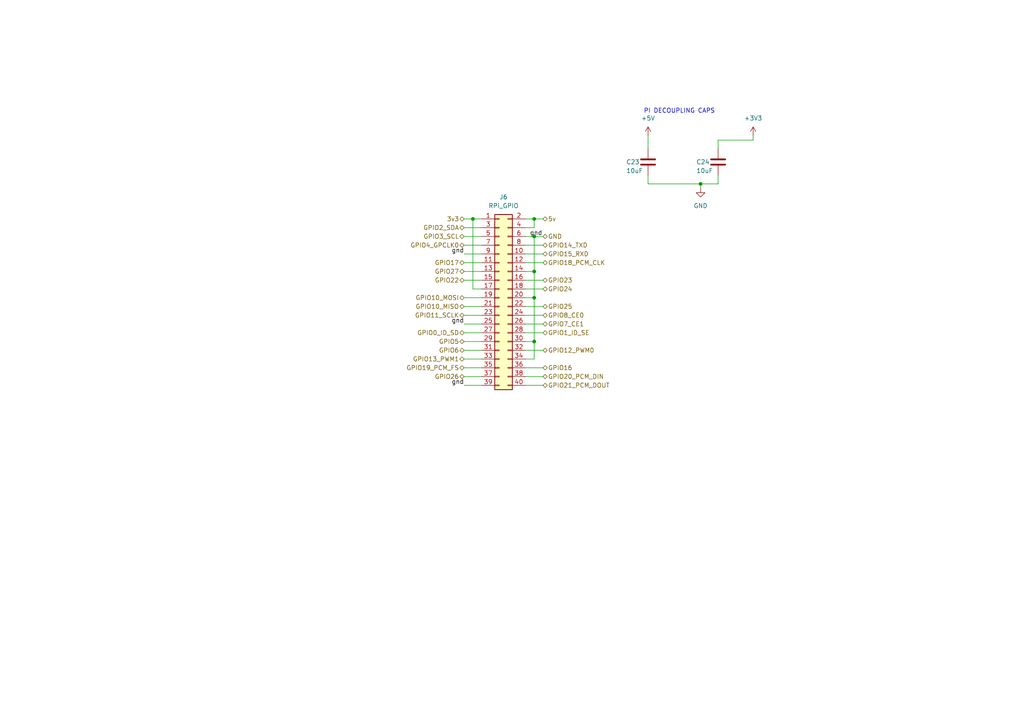
<source format=kicad_sch>
(kicad_sch (version 20211123) (generator eeschema)
  (paper "A4")
  (lib_symbols
    (symbol "Connector_Generic:Conn_02x20_Odd_Even" (pin_names (offset 1.016) hide)
      (property "Reference" "J" (at 1.27 25.4 0))
      (property "Value" "Conn_02x20_Odd_Even" (at 1.27 -27.94 0))
      (symbol "Conn_02x20_Odd_Even_1_1"
        (rectangle (start -1.27 -25.273) (end 0 -25.527) (stroke (width 0.1524)))
        (rectangle (start -1.27 -22.733) (end 0 -22.987) (stroke (width 0.1524)))
        (rectangle (start -1.27 -20.193) (end 0 -20.447) (stroke (width 0.1524)))
        (rectangle (start -1.27 -17.653) (end 0 -17.907) (stroke (width 0.1524)))
        (rectangle (start -1.27 -15.113) (end 0 -15.367) (stroke (width 0.1524)))
        (rectangle (start -1.27 -12.573) (end 0 -12.827) (stroke (width 0.1524)))
        (rectangle (start -1.27 -10.033) (end 0 -10.287) (stroke (width 0.1524)))
        (rectangle (start -1.27 -7.493) (end 0 -7.747) (stroke (width 0.1524)))
        (rectangle (start -1.27 -4.953) (end 0 -5.207) (stroke (width 0.1524)))
        (rectangle (start -1.27 -2.413) (end 0 -2.667) (stroke (width 0.1524)))
        (rectangle (start -1.27 0.127) (end 0 -0.127) (stroke (width 0.1524)))
        (rectangle (start -1.27 2.667) (end 0 2.413) (stroke (width 0.1524)))
        (rectangle (start -1.27 5.207) (end 0 4.953) (stroke (width 0.1524)))
        (rectangle (start -1.27 7.747) (end 0 7.493) (stroke (width 0.1524)))
        (rectangle (start -1.27 10.287) (end 0 10.033) (stroke (width 0.1524)))
        (rectangle (start -1.27 12.827) (end 0 12.573) (stroke (width 0.1524)))
        (rectangle (start -1.27 15.367) (end 0 15.113) (stroke (width 0.1524)))
        (rectangle (start -1.27 17.907) (end 0 17.653) (stroke (width 0.1524)))
        (rectangle (start -1.27 20.447) (end 0 20.193) (stroke (width 0.1524)))
        (rectangle (start -1.27 22.987) (end 0 22.733) (stroke (width 0.1524)))
        (rectangle (start -1.27 24.13) (end 3.81 -26.67) (stroke (width 0.254)) (fill (type background)))
        (rectangle (start 3.81 -25.273) (end 2.54 -25.527) (stroke (width 0.1524)))
        (rectangle (start 3.81 -22.733) (end 2.54 -22.987) (stroke (width 0.1524)))
        (rectangle (start 3.81 -20.193) (end 2.54 -20.447) (stroke (width 0.1524)))
        (rectangle (start 3.81 -17.653) (end 2.54 -17.907) (stroke (width 0.1524)))
        (rectangle (start 3.81 -15.113) (end 2.54 -15.367) (stroke (width 0.1524)))
        (rectangle (start 3.81 -12.573) (end 2.54 -12.827) (stroke (width 0.1524)))
        (rectangle (start 3.81 -10.033) (end 2.54 -10.287) (stroke (width 0.1524)))
        (rectangle (start 3.81 -7.493) (end 2.54 -7.747) (stroke (width 0.1524)))
        (rectangle (start 3.81 -4.953) (end 2.54 -5.207) (stroke (width 0.1524)))
        (rectangle (start 3.81 -2.413) (end 2.54 -2.667) (stroke (width 0.1524)))
        (rectangle (start 3.81 0.127) (end 2.54 -0.127) (stroke (width 0.1524)))
        (rectangle (start 3.81 2.667) (end 2.54 2.413) (stroke (width 0.1524)))
        (rectangle (start 3.81 5.207) (end 2.54 4.953) (stroke (width 0.1524)))
        (rectangle (start 3.81 7.747) (end 2.54 7.493) (stroke (width 0.1524)))
        (rectangle (start 3.81 10.287) (end 2.54 10.033) (stroke (width 0.1524)))
        (rectangle (start 3.81 12.827) (end 2.54 12.573) (stroke (width 0.1524)))
        (rectangle (start 3.81 15.367) (end 2.54 15.113) (stroke (width 0.1524)))
        (rectangle (start 3.81 17.907) (end 2.54 17.653) (stroke (width 0.1524)))
        (rectangle (start 3.81 20.447) (end 2.54 20.193) (stroke (width 0.1524)))
        (rectangle (start 3.81 22.987) (end 2.54 22.733) (stroke (width 0.1524)))
        (pin passive line (at -5.08 22.86 0) (length 3.81) (name "Pin_1") (number "1"))
        (pin passive line (at 7.62 12.7 180) (length 3.81) (name "Pin_10") (number "10"))
        (pin passive line (at -5.08 10.16 0) (length 3.81) (name "Pin_11") (number "11"))
        (pin passive line (at 7.62 10.16 180) (length 3.81) (name "Pin_12") (number "12"))
        (pin passive line (at -5.08 7.62 0) (length 3.81) (name "Pin_13") (number "13"))
        (pin passive line (at 7.62 7.62 180) (length 3.81) (name "Pin_14") (number "14"))
        (pin passive line (at -5.08 5.08 0) (length 3.81) (name "Pin_15") (number "15"))
        (pin passive line (at 7.62 5.08 180) (length 3.81) (name "Pin_16") (number "16"))
        (pin passive line (at -5.08 2.54 0) (length 3.81) (name "Pin_17") (number "17"))
        (pin passive line (at 7.62 2.54 180) (length 3.81) (name "Pin_18") (number "18"))
        (pin passive line (at -5.08 0 0) (length 3.81) (name "Pin_19") (number "19"))
        (pin passive line (at 7.62 22.86 180) (length 3.81) (name "Pin_2") (number "2"))
        (pin passive line (at 7.62 0 180) (length 3.81) (name "Pin_20") (number "20"))
        (pin passive line (at -5.08 -2.54 0) (length 3.81) (name "Pin_21") (number "21"))
        (pin passive line (at 7.62 -2.54 180) (length 3.81) (name "Pin_22") (number "22"))
        (pin passive line (at -5.08 -5.08 0) (length 3.81) (name "Pin_23") (number "23"))
        (pin passive line (at 7.62 -5.08 180) (length 3.81) (name "Pin_24") (number "24"))
        (pin passive line (at -5.08 -7.62 0) (length 3.81) (name "Pin_25") (number "25"))
        (pin passive line (at 7.62 -7.62 180) (length 3.81) (name "Pin_26") (number "26"))
        (pin passive line (at -5.08 -10.16 0) (length 3.81) (name "Pin_27") (number "27"))
        (pin passive line (at 7.62 -10.16 180) (length 3.81) (name "Pin_28") (number "28"))
        (pin passive line (at -5.08 -12.7 0) (length 3.81) (name "Pin_29") (number "29"))
        (pin passive line (at -5.08 20.32 0) (length 3.81) (name "Pin_3") (number "3"))
        (pin passive line (at 7.62 -12.7 180) (length 3.81) (name "Pin_30") (number "30"))
        (pin passive line (at -5.08 -15.24 0) (length 3.81) (name "Pin_31") (number "31"))
        (pin passive line (at 7.62 -15.24 180) (length 3.81) (name "Pin_32") (number "32"))
        (pin passive line (at -5.08 -17.78 0) (length 3.81) (name "Pin_33") (number "33"))
        (pin passive line (at 7.62 -17.78 180) (length 3.81) (name "Pin_34") (number "34"))
        (pin passive line (at -5.08 -20.32 0) (length 3.81) (name "Pin_35") (number "35"))
        (pin passive line (at 7.62 -20.32 180) (length 3.81) (name "Pin_36") (number "36"))
        (pin passive line (at -5.08 -22.86 0) (length 3.81) (name "Pin_37") (number "37"))
        (pin passive line (at 7.62 -22.86 180) (length 3.81) (name "Pin_38") (number "38"))
        (pin passive line (at -5.08 -25.4 0) (length 3.81) (name "Pin_39") (number "39"))
        (pin passive line (at 7.62 20.32 180) (length 3.81) (name "Pin_4") (number "4"))
        (pin passive line (at 7.62 -25.4 180) (length 3.81) (name "Pin_40") (number "40"))
        (pin passive line (at -5.08 17.78 0) (length 3.81) (name "Pin_5") (number "5"))
        (pin passive line (at 7.62 17.78 180) (length 3.81) (name "Pin_6") (number "6"))
        (pin passive line (at -5.08 15.24 0) (length 3.81) (name "Pin_7") (number "7"))
        (pin passive line (at 7.62 15.24 180) (length 3.81) (name "Pin_8") (number "8"))
        (pin passive line (at -5.08 12.7 0) (length 3.81) (name "Pin_9") (number "9"))
      )
    )
    (symbol "Device:C" (pin_numbers hide) (pin_names (offset 0.254))
      (property "Reference" "C" (at 0.635 2.54 0))
      (property "Value" "C" (at 0.635 -2.54 0))
      (symbol "C_0_1"
        (polyline (pts (xy -2.032 -0.762) (xy 2.032 -0.762)) (stroke (width 0.508)))
        (polyline (pts (xy -2.032 0.762) (xy 2.032 0.762)) (stroke (width 0.508)))
      )
      (symbol "C_1_1"
        (pin passive line (at 0 3.81 270) (length 2.794) (name "~") (number "1"))
        (pin passive line (at 0 -3.81 90) (length 2.794) (name "~") (number "2"))
      )
    )
    (symbol "power:+3V3" (power) (pin_names (offset 0))
      (property "Value" "+3V3" (at 0 3.556 0))
      (symbol "+3V3_0_1"
        (polyline (pts (xy -0.762 1.27) (xy 0 2.54)))
        (polyline (pts (xy 0 0) (xy 0 2.54)))
        (polyline (pts (xy 0 2.54) (xy 0.762 1.27)))
      )
      (symbol "+3V3_1_1"
        (pin power_in line (at 0 0 90) (length 0) hide (name "+3V3") (number "1"))
      )
    )
    (symbol "power:+5V" (power) (pin_names (offset 0))
      (property "Value" "+5V" (at 0 3.556 0))
      (symbol "+5V_0_1"
        (polyline (pts (xy -0.762 1.27) (xy 0 2.54)))
        (polyline (pts (xy 0 0) (xy 0 2.54)))
        (polyline (pts (xy 0 2.54) (xy 0.762 1.27)))
      )
      (symbol "+5V_1_1"
        (pin power_in line (at 0 0 90) (length 0) hide (name "+5V") (number "1"))
      )
    )
    (symbol "power:GND" (power) (pin_names (offset 0))
      (property "Value" "GND" (at 0 -3.81 0))
      (symbol "GND_0_1"
        (polyline (pts (xy 0 0) (xy 0 -1.27) (xy 1.27 -1.27) (xy 0 -2.54) (xy -1.27 -1.27) (xy 0 -1.27)))
      )
      (symbol "GND_1_1"
        (pin power_in line (at 0 0 270) (length 0) hide (name "GND") (number "1"))
      )
    )
  )
  (junction (at 137.16 63.5))
  (junction (at 154.94 63.5))
  (junction (at 154.94 78.74))
  (junction (at 154.94 68.58))
  (junction (at 203.2 53.34))
  (junction (at 154.94 99.06))
  (junction (at 154.94 86.36))
  (wire (pts (xy 134.62 99.06) (xy 139.7 99.06)))
  (wire (pts (xy 152.4 78.74) (xy 154.94 78.74)))
  (wire (pts (xy 134.62 111.76) (xy 139.7 111.76)))
  (wire (pts (xy 154.94 63.5) (xy 157.48 63.5)))
  (wire (pts (xy 134.62 78.74) (xy 139.7 78.74)))
  (wire (pts (xy 152.4 71.12) (xy 157.48 71.12)))
  (wire (pts (xy 154.94 68.58) (xy 157.48 68.58)))
  (wire (pts (xy 154.94 78.74) (xy 154.94 68.58)))
  (wire (pts (xy 134.62 106.68) (xy 139.7 106.68)))
  (wire (pts (xy 152.4 104.14) (xy 154.94 104.14)))
  (wire (pts (xy 154.94 86.36) (xy 154.94 78.74)))
  (wire (pts (xy 134.62 91.44) (xy 139.7 91.44)))
  (wire (pts (xy 187.96 39.37) (xy 187.96 43.18)))
  (wire (pts (xy 137.16 63.5) (xy 139.7 63.5)))
  (wire (pts (xy 139.7 83.82) (xy 137.16 83.82)))
  (wire (pts (xy 134.62 73.66) (xy 139.7 73.66)))
  (wire (pts (xy 134.62 109.22) (xy 139.7 109.22)))
  (wire (pts (xy 134.62 86.36) (xy 139.7 86.36)))
  (wire (pts (xy 154.94 99.06) (xy 154.94 86.36)))
  (wire (pts (xy 152.4 106.68) (xy 157.48 106.68)))
  (wire (pts (xy 152.4 109.22) (xy 157.48 109.22)))
  (wire (pts (xy 137.16 63.5) (xy 134.62 63.5)))
  (wire (pts (xy 152.4 91.44) (xy 157.48 91.44)))
  (wire (pts (xy 152.4 99.06) (xy 154.94 99.06)))
  (wire (pts (xy 134.62 68.58) (xy 139.7 68.58)))
  (wire (pts (xy 152.4 88.9) (xy 157.48 88.9)))
  (wire (pts (xy 152.4 76.2) (xy 157.48 76.2)))
  (wire (pts (xy 134.62 81.28) (xy 139.7 81.28)))
  (wire (pts (xy 187.96 53.34) (xy 203.2 53.34)))
  (wire (pts (xy 203.2 53.34) (xy 203.2 54.61)))
  (wire (pts (xy 152.4 96.52) (xy 157.48 96.52)))
  (wire (pts (xy 134.62 96.52) (xy 139.7 96.52)))
  (wire (pts (xy 187.96 50.8) (xy 187.96 53.34)))
  (wire (pts (xy 152.4 68.58) (xy 154.94 68.58)))
  (wire (pts (xy 154.94 104.14) (xy 154.94 99.06)))
  (wire (pts (xy 154.94 66.04) (xy 154.94 63.5)))
  (wire (pts (xy 134.62 93.98) (xy 139.7 93.98)))
  (wire (pts (xy 152.4 93.98) (xy 157.48 93.98)))
  (wire (pts (xy 134.62 76.2) (xy 139.7 76.2)))
  (wire (pts (xy 208.28 50.8) (xy 208.28 53.34)))
  (wire (pts (xy 152.4 66.04) (xy 154.94 66.04)))
  (wire (pts (xy 152.4 101.6) (xy 157.48 101.6)))
  (wire (pts (xy 152.4 81.28) (xy 157.48 81.28)))
  (wire (pts (xy 208.28 43.18) (xy 208.28 40.64)))
  (wire (pts (xy 152.4 73.66) (xy 157.48 73.66)))
  (wire (pts (xy 152.4 83.82) (xy 157.48 83.82)))
  (wire (pts (xy 208.28 40.64) (xy 218.44 40.64)))
  (wire (pts (xy 134.62 66.04) (xy 139.7 66.04)))
  (wire (pts (xy 152.4 63.5) (xy 154.94 63.5)))
  (wire (pts (xy 152.4 111.76) (xy 157.48 111.76)))
  (wire (pts (xy 218.44 39.37) (xy 218.44 40.64)))
  (wire (pts (xy 137.16 83.82) (xy 137.16 63.5)))
  (wire (pts (xy 134.62 88.9) (xy 139.7 88.9)))
  (wire (pts (xy 134.62 104.14) (xy 139.7 104.14)))
  (wire (pts (xy 134.62 101.6) (xy 139.7 101.6)))
  (wire (pts (xy 203.2 53.34) (xy 208.28 53.34)))
  (wire (pts (xy 152.4 86.36) (xy 154.94 86.36)))
  (wire (pts (xy 134.62 71.12) (xy 139.7 71.12)))
  (text "PI DECOUPLING CAPS" (at 186.69 33.02 0) (effects (font (size 1.27 1.27)) (justify left bottom)))
  (label "gnd" (at 134.62 73.66 180))
  (label "gnd" (at 134.62 111.76 180))
  (label "gnd" (at 153.67 68.58 0))
  (label "gnd" (at 134.62 93.98 180))
  (hierarchical_label "GPIO1_ID_SE" (shape bidirectional) (at 157.48 96.52 0))
  (hierarchical_label "GPIO23" (shape bidirectional) (at 157.48 81.28 0))
  (hierarchical_label "GPIO12_PWM0" (shape bidirectional) (at 157.48 101.6 0))
  (hierarchical_label "GPIO19_PCM_FS" (shape bidirectional) (at 134.62 106.68 180))
  (hierarchical_label "GPIO5" (shape bidirectional) (at 134.62 99.06 180))
  (hierarchical_label "GPIO6" (shape bidirectional) (at 134.62 101.6 180))
  (hierarchical_label "GPIO2_SDA" (shape bidirectional) (at 134.62 66.04 180))
  (hierarchical_label "GPIO3_SCL" (shape bidirectional) (at 134.62 68.58 180))
  (hierarchical_label "GPIO20_PCM_DIN" (shape bidirectional) (at 157.48 109.22 0))
  (hierarchical_label "3v3" (shape bidirectional) (at 134.62 63.5 180))
  (hierarchical_label "GPIO8_CE0" (shape bidirectional) (at 157.48 91.44 0))
  (hierarchical_label "GPIO4_GPCLK0" (shape bidirectional) (at 134.62 71.12 180))
  (hierarchical_label "GPIO24" (shape bidirectional) (at 157.48 83.82 0))
  (hierarchical_label "GPIO10_MISO" (shape bidirectional) (at 134.62 88.9 180))
  (hierarchical_label "GPIO25" (shape bidirectional) (at 157.48 88.9 0))
  (hierarchical_label "5v" (shape bidirectional) (at 157.48 63.5 0))
  (hierarchical_label "GPIO10_MOSI" (shape bidirectional) (at 134.62 86.36 180))
  (hierarchical_label "GPIO22" (shape bidirectional) (at 134.62 81.28 180))
  (hierarchical_label "GPIO17" (shape bidirectional) (at 134.62 76.2 180))
  (hierarchical_label "GPIO27" (shape bidirectional) (at 134.62 78.74 180))
  (hierarchical_label "GPIO21_PCM_DOUT" (shape bidirectional) (at 157.48 111.76 0))
  (hierarchical_label "GPIO7_CE1" (shape bidirectional) (at 157.48 93.98 0))
  (hierarchical_label "GPIO0_ID_SD" (shape bidirectional) (at 134.62 96.52 180))
  (hierarchical_label "GPIO18_PCM_CLK" (shape bidirectional) (at 157.48 76.2 0))
  (hierarchical_label "GPIO16" (shape bidirectional) (at 157.48 106.68 0))
  (hierarchical_label "GPIO14_TXD" (shape bidirectional) (at 157.48 71.12 0))
  (hierarchical_label "GPIO13_PWM1" (shape bidirectional) (at 134.62 104.14 180))
  (hierarchical_label "GPIO15_RXD" (shape bidirectional) (at 157.48 73.66 0))
  (hierarchical_label "GPIO11_SCLK" (shape bidirectional) (at 134.62 91.44 180))
  (hierarchical_label "GND" (shape bidirectional) (at 157.48 68.58 0))
  (hierarchical_label "GPIO26" (shape bidirectional) (at 134.62 109.22 180))
  (symbol (lib_id "Device:C") (at 187.96 46.99 0) (unit 1)
    (property "Reference" "C23" (at 181.61 46.99 0) (effects (justify left)))
    (property "Value" "10uF" (at 181.61 49.53 0) (effects (justify left)))
    (property "Footprint" "Capacitor_SMD:C_0805_2012Metric_Pad1.18x1.45mm_HandSolder" (effects hide))
    (property "MPN" "CAP CER 10UF 25V X5R 0805" (effects hide))
    (property "Stock" "https://www.digikey.com/en/products/detail/kyocera-avx/08053D106KAT4A/12153448?utm_adgroup=Capacitors&utm_source=google&utm_medium=cpc&utm_campaign=Shopping_Supplier_AVX%20Corporation&utm_term=&utm_content=Capacitors" (effects hide))
  )
  (symbol (lib_id "power:GND") (at 203.2 54.61 0) (unit 1)
    (property "Reference" "#PWR044" (effects hide))
    (property "Value" "GND" (at 203.2 59.69 0))
  )
  (symbol (lib_id "Device:C") (at 208.28 46.99 0) (unit 1)
    (property "Reference" "C24" (at 201.93 46.99 0) (effects (justify left)))
    (property "Value" "10uF" (at 201.93 49.53 0) (effects (justify left)))
    (property "Footprint" "Capacitor_SMD:C_0805_2012Metric_Pad1.18x1.45mm_HandSolder" (effects hide))
    (property "MPN" "CAP CER 10UF 25V X5R 0805" (effects hide))
    (property "Stock" "https://www.digikey.com/en/products/detail/kyocera-avx/08053D106KAT4A/12153448?utm_adgroup=Capacitors&utm_source=google&utm_medium=cpc&utm_campaign=Shopping_Supplier_AVX%20Corporation&utm_term=&utm_content=Capacitors" (effects hide))
  )
  (symbol (lib_id "Connector_Generic:Conn_02x20_Odd_Even") (at 144.78 86.36 0) (unit 1)
    (property "Reference" "J6" (at 146.05 57.15 0))
    (property "Value" "RPi_GPIO" (at 146.05 59.69 0))
  )
  (symbol (lib_id "power:+3V3") (at 218.44 39.37 0) (unit 1)
    (property "Reference" "#PWR045" (effects hide))
    (property "Value" "+3V3" (at 218.44 34.29 0))
  )
  (symbol (lib_id "power:+5V") (at 187.96 39.37 0) (unit 1)
    (property "Reference" "#PWR043" (effects hide))
    (property "Value" "+5V" (at 187.96 34.29 0))
  )
)
</source>
